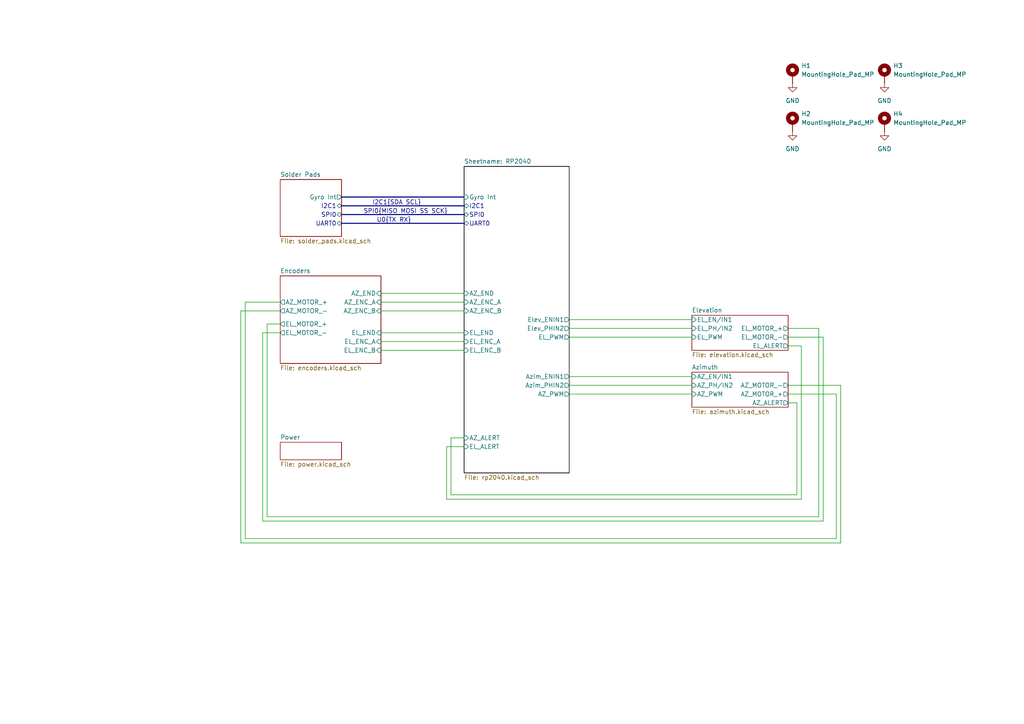
<source format=kicad_sch>
(kicad_sch (version 20250114) (generator "eeschema") (generator_version "9.0")
  (paper "A4")
  (lib_symbols
    (symbol "Mechanical:MountingHole_Pad_MP" (pin_numbers (hide yes)) (pin_names (offset 1.016) (hide yes)) (in_bom no)
      (property "Reference" "H" (at 0 6.35 0))
      (property "Value" "MountingHole_Pad_MP" (at 0 4.445 0))
      (symbol "MountingHole_Pad_MP_0_1"
        (circle (center 0 1.27) (radius 1.27) (stroke (width 1.27)))
      )
      (symbol "MountingHole_Pad_MP_1_1"
        (pin input line (at 0 -2.54 90) (length 2.54) (name "MP") (number "MP"))
      )
    )
    (symbol "power:GND" (power) (pin_numbers (hide yes)) (pin_names (offset 0) (hide yes))
      (property "Value" "GND" (at 0 -3.81 0))
      (symbol "GND_0_1"
        (polyline (pts (xy 0 0) (xy 0 -1.27) (xy 1.27 -1.27) (xy 0 -2.54) (xy -1.27 -1.27) (xy 0 -1.27)))
      )
      (symbol "GND_1_1"
        (pin power_in line (at 0 0 270) (length 0) (name "~") (number "1"))
      )
    )
  )
  (wire (pts (xy 228.6 97.79) (xy 238.76 97.79)))
  (wire (pts (xy 165.1 92.71) (xy 200.66 92.71)))
  (wire (pts (xy 242.57 156.21) (xy 242.57 114.3)))
  (wire (pts (xy 165.1 97.79) (xy 200.66 97.79)))
  (wire (pts (xy 243.84 157.48) (xy 243.84 111.76)))
  (wire (pts (xy 76.2 151.13) (xy 238.76 151.13)))
  (wire (pts (xy 76.2 96.52) (xy 76.2 151.13)))
  (wire (pts (xy 165.1 95.25) (xy 200.66 95.25)))
  (wire (pts (xy 130.81 143.51) (xy 231.14 143.51)))
  (wire (pts (xy 110.49 99.06) (xy 134.62 99.06)))
  (wire (pts (xy 110.49 90.17) (xy 134.62 90.17)))
  (wire (pts (xy 110.49 96.52) (xy 134.62 96.52)))
  (wire (pts (xy 165.1 114.3) (xy 200.66 114.3)))
  (wire (pts (xy 81.28 90.17) (xy 69.85 90.17)))
  (wire (pts (xy 77.47 149.86) (xy 77.47 93.98)))
  (wire (pts (xy 130.81 127) (xy 130.81 143.51)))
  (wire (pts (xy 110.49 101.6) (xy 134.62 101.6)))
  (wire (pts (xy 110.49 85.09) (xy 134.62 85.09)))
  (wire (pts (xy 243.84 111.76) (xy 228.6 111.76)))
  (bus (pts (xy 99.06 62.23) (xy 134.62 62.23)))
  (wire (pts (xy 228.6 100.33) (xy 232.41 100.33)))
  (wire (pts (xy 71.12 87.63) (xy 71.12 156.21)))
  (wire (pts (xy 228.6 116.84) (xy 231.14 116.84)))
  (wire (pts (xy 81.28 87.63) (xy 71.12 87.63)))
  (wire (pts (xy 69.85 90.17) (xy 69.85 157.48)))
  (wire (pts (xy 242.57 114.3) (xy 228.6 114.3)))
  (wire (pts (xy 77.47 93.98) (xy 81.28 93.98)))
  (wire (pts (xy 232.41 100.33) (xy 232.41 144.78)))
  (wire (pts (xy 237.49 95.25) (xy 237.49 149.86)))
  (wire (pts (xy 238.76 151.13) (xy 238.76 97.79)))
  (bus (pts (xy 99.06 64.77) (xy 134.62 64.77)))
  (bus (pts (xy 99.06 59.69) (xy 134.62 59.69)))
  (wire (pts (xy 129.54 144.78) (xy 232.41 144.78)))
  (wire (pts (xy 165.1 109.22) (xy 200.66 109.22)))
  (wire (pts (xy 237.49 149.86) (xy 77.47 149.86)))
  (wire (pts (xy 231.14 116.84) (xy 231.14 143.51)))
  (wire (pts (xy 69.85 157.48) (xy 243.84 157.48)))
  (wire (pts (xy 130.81 127) (xy 134.62 127)))
  (wire (pts (xy 165.1 111.76) (xy 200.66 111.76)))
  (wire (pts (xy 129.54 129.54) (xy 134.62 129.54)))
  (wire (pts (xy 71.12 156.21) (xy 242.57 156.21)))
  (bus (pts (xy 99.06 57.15) (xy 134.62 57.15)))
  (wire (pts (xy 110.49 87.63) (xy 134.62 87.63)))
  (wire (pts (xy 228.6 95.25) (xy 237.49 95.25)))
  (wire (pts (xy 129.54 129.54) (xy 129.54 144.78)))
  (wire (pts (xy 81.28 96.52) (xy 76.2 96.52)))
  (label "U0{TX RX}" (at 109.22 64.77 0))
  (label "SPI0{MISO MOSI SS SCK}" (at 105.41 62.23 0))
  (label "I2C1{SDA SCL}" (at 107.95 59.69 0))
  (symbol (lib_id "Mechanical:MountingHole_Pad_MP") (at 256.54 35.56 0) (unit 1) (in_bom no)
    (property "Reference" "H4" (at 259.08 33.0199 0) (effects (justify left)))
    (property "Value" "MountingHole_Pad_MP" (at 259.08 35.5599 0) (effects (justify left)))
    (property "Footprint" "MountingHole:MountingHole_3.2mm_M3_DIN965_Pad" (effects (hide yes)))
    (property "Description" "Mounting Hole with connection as pad named MP" (effects (hide yes)))
  )
  (symbol (lib_id "Mechanical:MountingHole_Pad_MP") (at 229.87 35.56 0) (unit 1) (in_bom no)
    (property "Reference" "H2" (at 232.41 33.0199 0) (effects (justify left)))
    (property "Value" "MountingHole_Pad_MP" (at 232.41 35.5599 0) (effects (justify left)))
    (property "Footprint" "MountingHole:MountingHole_3.2mm_M3_DIN965_Pad" (effects (hide yes)))
    (property "Description" "Mounting Hole with connection as pad named MP" (effects (hide yes)))
  )
  (symbol (lib_id "Mechanical:MountingHole_Pad_MP") (at 256.54 21.59 0) (unit 1) (in_bom no)
    (property "Reference" "H3" (at 259.08 19.0499 0) (effects (justify left)))
    (property "Value" "MountingHole_Pad_MP" (at 259.08 21.5899 0) (effects (justify left)))
    (property "Footprint" "MountingHole:MountingHole_3.2mm_M3_DIN965_Pad" (effects (hide yes)))
    (property "Description" "Mounting Hole with connection as pad named MP" (effects (hide yes)))
  )
  (symbol (lib_id "power:GND") (at 229.87 24.13 0) (unit 1)
    (property "Reference" "#PWR01" (effects (hide yes)))
    (property "Value" "GND" (at 229.87 29.21 0))
    (property "Description" "Power symbol creates a global label with name \"GND\" , ground" (effects (hide yes)))
  )
  (symbol (lib_id "Mechanical:MountingHole_Pad_MP") (at 229.87 21.59 0) (unit 1) (in_bom no)
    (property "Reference" "H1" (at 232.41 19.0499 0) (effects (justify left)))
    (property "Value" "MountingHole_Pad_MP" (at 232.41 21.5899 0) (effects (justify left)))
    (property "Footprint" "MountingHole:MountingHole_3.2mm_M3_DIN965_Pad" (effects (hide yes)))
    (property "Description" "Mounting Hole with connection as pad named MP" (effects (hide yes)))
  )
  (symbol (lib_id "power:GND") (at 256.54 24.13 0) (unit 1)
    (property "Reference" "#PWR03" (effects (hide yes)))
    (property "Value" "GND" (at 256.54 29.21 0))
    (property "Description" "Power symbol creates a global label with name \"GND\" , ground" (effects (hide yes)))
  )
  (symbol (lib_id "power:GND") (at 229.87 38.1 0) (unit 1)
    (property "Reference" "#PWR02" (effects (hide yes)))
    (property "Value" "GND" (at 229.87 43.18 0))
    (property "Description" "Power symbol creates a global label with name \"GND\" , ground" (effects (hide yes)))
  )
  (symbol (lib_id "power:GND") (at 256.54 38.1 0) (unit 1)
    (property "Reference" "#PWR04" (effects (hide yes)))
    (property "Value" "GND" (at 256.54 43.18 0))
    (property "Description" "Power symbol creates a global label with name \"GND\" , ground" (effects (hide yes)))
  )
  (sheet (at 200.66 107.95) (size 27.94 10.16) (stroke (width 0.1524))
    (property "Sheetname" "Azimuth" (at 200.66 107.2384 0) (effects (justify left bottom)))
    (property "Sheetfile" "azimuth.kicad_sch" (at 200.66 118.6946 0) (effects (justify left top)))
    (pin "AZ_EN{slash}IN1" input (at 200.66 109.22 180))
    (pin "AZ_PH{slash}IN2" input (at 200.66 111.76 180))
    (pin "AZ_MOTOR_-" output (at 228.6 111.76 0))
    (pin "AZ_MOTOR_+" output (at 228.6 114.3 0))
    (pin "AZ_PWM" input (at 200.66 114.3 180))
    (pin "AZ_ALERT" output (at 228.6 116.84 0))
  )
  (sheet (at 81.28 52.07) (size 17.78 16.51) (stroke (width 0.1524))
    (property "Sheetname" "Solder Pads" (at 81.28 51.3584 0) (effects (justify left bottom)))
    (property "Sheetfile" "solder_pads.kicad_sch" (at 81.28 69.1646 0) (effects (justify left top)))
    (pin "UART0" bidirectional (at 99.06 64.77 0))
    (pin "I2C1" bidirectional (at 99.06 59.69 0))
    (pin "Gyro Int" output (at 99.06 57.15 0))
    (pin "SPI0" bidirectional (at 99.06 62.23 0))
  )
  (sheet (at 134.62 48.26) (size 30.48 88.9) (stroke (width 0.1524) (color 0 0 0 1))
    (property "Sheetname" "RP2040" (at 134.62 47.5484 0) (show_name yes) (effects (justify left bottom)))
    (property "Sheetfile" "rp2040.kicad_sch" (at 134.62 137.7446 0) (effects (justify left top)))
    (pin "I2C1" bidirectional (at 134.62 59.69 180))
    (pin "UART0" bidirectional (at 134.62 64.77 180))
    (pin "Gyro Int" input (at 134.62 57.15 180))
    (pin "SPI0" bidirectional (at 134.62 62.23 180))
    (pin "Elev_PHIN2" output (at 165.1 95.25 0))
    (pin "Elev_ENIN1" output (at 165.1 92.71 0))
    (pin "Azim_PHIN2" output (at 165.1 111.76 0))
    (pin "Azim_ENIN1" output (at 165.1 109.22 0))
    (pin "EL_END" input (at 134.62 96.52 180))
    (pin "AZ_ENC_A" input (at 134.62 87.63 180))
    (pin "EL_ENC_B" input (at 134.62 101.6 180))
    (pin "AZ_END" input (at 134.62 85.09 180))
    (pin "AZ_ENC_B" input (at 134.62 90.17 180))
    (pin "EL_ENC_A" input (at 134.62 99.06 180))
    (pin "EL_PWM" output (at 165.1 97.79 0))
    (pin "AZ_ALERT" input (at 134.62 127 180))
    (pin "EL_ALERT" input (at 134.62 129.54 180))
    (pin "AZ_PWM" output (at 165.1 114.3 0))
  )
  (sheet (at 200.66 91.44) (size 27.94 10.16) (stroke (width 0.1524))
    (property "Sheetname" "Elevation" (at 200.66 90.7284 0) (effects (justify left bottom)))
    (property "Sheetfile" "elevation.kicad_sch" (at 200.66 102.1846 0) (effects (justify left top)))
    (pin "EL_EN{slash}IN1" input (at 200.66 92.71 180))
    (pin "EL_PH{slash}IN2" input (at 200.66 95.25 180))
    (pin "EL_MOTOR_+" output (at 228.6 95.25 0))
    (pin "EL_MOTOR_-" output (at 228.6 97.79 0))
    (pin "EL_PWM" input (at 200.66 97.79 180))
    (pin "EL_ALERT" output (at 228.6 100.33 0))
  )
  (sheet (at 81.28 80.01) (size 29.21 25.4) (stroke (width 0.1524))
    (property "Sheetname" "Encoders" (at 81.28 79.2984 0) (effects (justify left bottom)))
    (property "Sheetfile" "encoders.kicad_sch" (at 81.28 105.9946 0) (effects (justify left top)))
    (pin "EL_MOTOR_+" output (at 81.28 93.98 180))
    (pin "EL_MOTOR_-" output (at 81.28 96.52 180))
    (pin "EL_END" input (at 110.49 96.52 0))
    (pin "AZ_MOTOR_-" output (at 81.28 90.17 180))
    (pin "AZ_ENC_A" input (at 110.49 87.63 0))
    (pin "EL_ENC_B" input (at 110.49 101.6 0))
    (pin "AZ_END" input (at 110.49 85.09 0))
    (pin "AZ_ENC_B" input (at 110.49 90.17 0))
    (pin "AZ_MOTOR_+" output (at 81.28 87.63 180))
    (pin "EL_ENC_A" input (at 110.49 99.06 0))
  )
  (sheet (at 81.28 128.27) (size 17.78 5.08) (stroke (width 0.1524))
    (property "Sheetname" "Power" (at 81.28 127.5584 0) (effects (justify left bottom)))
    (property "Sheetfile" "power.kicad_sch" (at 81.28 133.9346 0) (effects (justify left top)))
  )
)
</source>
